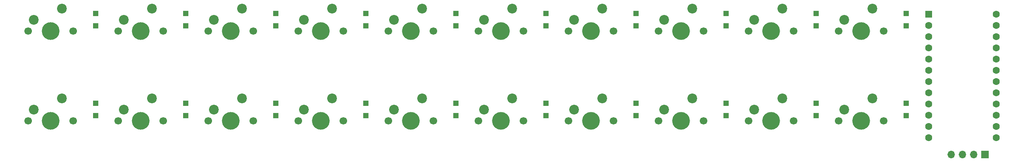
<source format=gbr>
%TF.GenerationSoftware,KiCad,Pcbnew,(6.0.5)*%
%TF.CreationDate,2022-05-21T19:41:19+01:00*%
%TF.ProjectId,ButterStick,42757474-6572-4537-9469-636b2e6b6963,rev?*%
%TF.SameCoordinates,Original*%
%TF.FileFunction,Soldermask,Bot*%
%TF.FilePolarity,Negative*%
%FSLAX46Y46*%
G04 Gerber Fmt 4.6, Leading zero omitted, Abs format (unit mm)*
G04 Created by KiCad (PCBNEW (6.0.5)) date 2022-05-21 19:41:19*
%MOMM*%
%LPD*%
G01*
G04 APERTURE LIST*
%ADD10R,1.700000X1.700000*%
%ADD11O,1.700000X1.700000*%
%ADD12C,1.700000*%
%ADD13C,4.000000*%
%ADD14C,2.200000*%
%ADD15R,1.600000X1.600000*%
%ADD16C,1.600000*%
%ADD17R,1.200000X1.200000*%
G04 APERTURE END LIST*
D10*
%TO.C,OLED*%
X246380000Y-68580000D03*
D11*
X243840000Y-68580000D03*
X241300000Y-68580000D03*
X238760000Y-68580000D03*
%TD*%
D12*
%TO.C,1x10S*%
X223520000Y-40640000D03*
X213360000Y-40640000D03*
D13*
X218440000Y-40640000D03*
D14*
X220980000Y-35560000D03*
X214630000Y-38100000D03*
%TD*%
D12*
%TO.C,2x7S*%
X162560000Y-60960000D03*
D13*
X157480000Y-60960000D03*
D12*
X152400000Y-60960000D03*
D14*
X160020000Y-55880000D03*
X153670000Y-58420000D03*
%TD*%
D12*
%TO.C,2x10S*%
X223520000Y-60960000D03*
X213360000Y-60960000D03*
D13*
X218440000Y-60960000D03*
D14*
X220980000Y-55880000D03*
X214630000Y-58420000D03*
%TD*%
D15*
%TO.C,REF\u002A\u002A*%
X233680000Y-36830000D03*
D16*
X233680000Y-39370000D03*
X233680000Y-41910000D03*
X233680000Y-44450000D03*
X233680000Y-46990000D03*
X233680000Y-49530000D03*
X233680000Y-52070000D03*
X233680000Y-54610000D03*
X233680000Y-57150000D03*
X233680000Y-59690000D03*
X233680000Y-62230000D03*
X233680000Y-64770000D03*
X248920000Y-64770000D03*
X248920000Y-62230000D03*
X248920000Y-59690000D03*
X248920000Y-57150000D03*
X248920000Y-54610000D03*
X248920000Y-52070000D03*
X248920000Y-49530000D03*
X248920000Y-46990000D03*
X248920000Y-44450000D03*
X248920000Y-41910000D03*
X248920000Y-39370000D03*
X248920000Y-36830000D03*
%TD*%
D17*
%TO.C,2x10D*%
X228600000Y-59820000D03*
X228600000Y-57020000D03*
%TD*%
%TO.C,2x9D*%
X208280000Y-59820000D03*
X208280000Y-57020000D03*
%TD*%
%TO.C,2x8D*%
X187960000Y-59820000D03*
X187960000Y-57020000D03*
%TD*%
%TO.C,2x7D*%
X167640000Y-59820000D03*
X167640000Y-57020000D03*
%TD*%
%TO.C,2x6D*%
X147320000Y-59820000D03*
X147320000Y-57020000D03*
%TD*%
%TO.C,2x5D*%
X127000000Y-59820000D03*
X127000000Y-57020000D03*
%TD*%
%TO.C,2x4D*%
X106680000Y-59820000D03*
X106680000Y-57020000D03*
%TD*%
%TO.C,2x3D*%
X86360000Y-59820000D03*
X86360000Y-57020000D03*
%TD*%
%TO.C,2x2D*%
X66040000Y-59820000D03*
X66040000Y-57020000D03*
%TD*%
%TO.C,2x1D*%
X45720000Y-59820000D03*
X45720000Y-57020000D03*
%TD*%
%TO.C,1x10D*%
X228600000Y-39500000D03*
X228600000Y-36700000D03*
%TD*%
%TO.C,1x9D*%
X208280000Y-39500000D03*
X208280000Y-36700000D03*
%TD*%
%TO.C,1x8D*%
X187960000Y-39500000D03*
X187960000Y-36700000D03*
%TD*%
%TO.C,1x7D*%
X167640000Y-39500000D03*
X167640000Y-36700000D03*
%TD*%
%TO.C,1x6D*%
X147320000Y-39500000D03*
X147320000Y-36700000D03*
%TD*%
%TO.C,1x5D*%
X127000000Y-39500000D03*
X127000000Y-36700000D03*
%TD*%
%TO.C,1x4D*%
X106680000Y-39500000D03*
X106680000Y-36700000D03*
%TD*%
%TO.C,1x3D*%
X86360000Y-39500000D03*
X86360000Y-36700000D03*
%TD*%
%TO.C,1x2D*%
X66040000Y-39500000D03*
X66040000Y-36700000D03*
%TD*%
%TO.C,1x1D*%
X45720000Y-39500000D03*
X45720000Y-36700000D03*
%TD*%
D14*
%TO.C,2x1S*%
X31750000Y-58420000D03*
X38100000Y-55880000D03*
D13*
X35560000Y-60960000D03*
D12*
X30480000Y-60960000D03*
X40640000Y-60960000D03*
%TD*%
D13*
%TO.C,2x4S*%
X96520000Y-60960000D03*
D12*
X101600000Y-60960000D03*
X91440000Y-60960000D03*
D14*
X99060000Y-55880000D03*
X92710000Y-58420000D03*
%TD*%
D12*
%TO.C,2x2S*%
X60960000Y-60960000D03*
D13*
X55880000Y-60960000D03*
D12*
X50800000Y-60960000D03*
D14*
X58420000Y-55880000D03*
X52070000Y-58420000D03*
%TD*%
D12*
%TO.C,2x3S*%
X71120000Y-60960000D03*
D13*
X76200000Y-60960000D03*
D12*
X81280000Y-60960000D03*
D14*
X78740000Y-55880000D03*
X72390000Y-58420000D03*
%TD*%
D12*
%TO.C,2x5S*%
X121920000Y-60960000D03*
X111760000Y-60960000D03*
D13*
X116840000Y-60960000D03*
D14*
X119380000Y-55880000D03*
X113030000Y-58420000D03*
%TD*%
D13*
%TO.C,2x9S*%
X198120000Y-60960000D03*
D12*
X203200000Y-60960000D03*
X193040000Y-60960000D03*
D14*
X200660000Y-55880000D03*
X194310000Y-58420000D03*
%TD*%
D12*
%TO.C,2x8S*%
X172720000Y-60960000D03*
D13*
X177800000Y-60960000D03*
D12*
X182880000Y-60960000D03*
D14*
X180340000Y-55880000D03*
X173990000Y-58420000D03*
%TD*%
D12*
%TO.C,2x6S*%
X142240000Y-60960000D03*
X132080000Y-60960000D03*
D13*
X137160000Y-60960000D03*
D14*
X139700000Y-55880000D03*
X133350000Y-58420000D03*
%TD*%
D12*
%TO.C,1x6S*%
X142240000Y-40640000D03*
X132080000Y-40640000D03*
D13*
X137160000Y-40640000D03*
D14*
X139700000Y-35560000D03*
X133350000Y-38100000D03*
%TD*%
D13*
%TO.C,1x9S*%
X198120000Y-40640000D03*
D12*
X203200000Y-40640000D03*
X193040000Y-40640000D03*
D14*
X200660000Y-35560000D03*
X194310000Y-38100000D03*
%TD*%
D12*
%TO.C,1x7S*%
X162560000Y-40640000D03*
D13*
X157480000Y-40640000D03*
D12*
X152400000Y-40640000D03*
D14*
X160020000Y-35560000D03*
X153670000Y-38100000D03*
%TD*%
D12*
%TO.C,1x8S*%
X172720000Y-40640000D03*
D13*
X177800000Y-40640000D03*
D12*
X182880000Y-40640000D03*
D14*
X180340000Y-35560000D03*
X173990000Y-38100000D03*
%TD*%
D13*
%TO.C,1x5S*%
X116840000Y-40640000D03*
D12*
X111760000Y-40640000D03*
X121920000Y-40640000D03*
D14*
X119380000Y-35560000D03*
X113030000Y-38100000D03*
%TD*%
D13*
%TO.C,1x4S*%
X96520000Y-40640000D03*
D12*
X91440000Y-40640000D03*
X101600000Y-40640000D03*
D14*
X99060000Y-35560000D03*
X92710000Y-38100000D03*
%TD*%
D13*
%TO.C,1x3S*%
X76200000Y-40640000D03*
D12*
X71120000Y-40640000D03*
X81280000Y-40640000D03*
D14*
X78740000Y-35560000D03*
X72390000Y-38100000D03*
%TD*%
D13*
%TO.C,1x2S*%
X55880000Y-40640000D03*
D12*
X50800000Y-40640000D03*
X60960000Y-40640000D03*
D14*
X58420000Y-35560000D03*
X52070000Y-38100000D03*
%TD*%
D13*
%TO.C,1x1S*%
X35560000Y-40640000D03*
D12*
X30480000Y-40640000D03*
X40640000Y-40640000D03*
D14*
X38100000Y-35560000D03*
X31750000Y-38100000D03*
%TD*%
M02*

</source>
